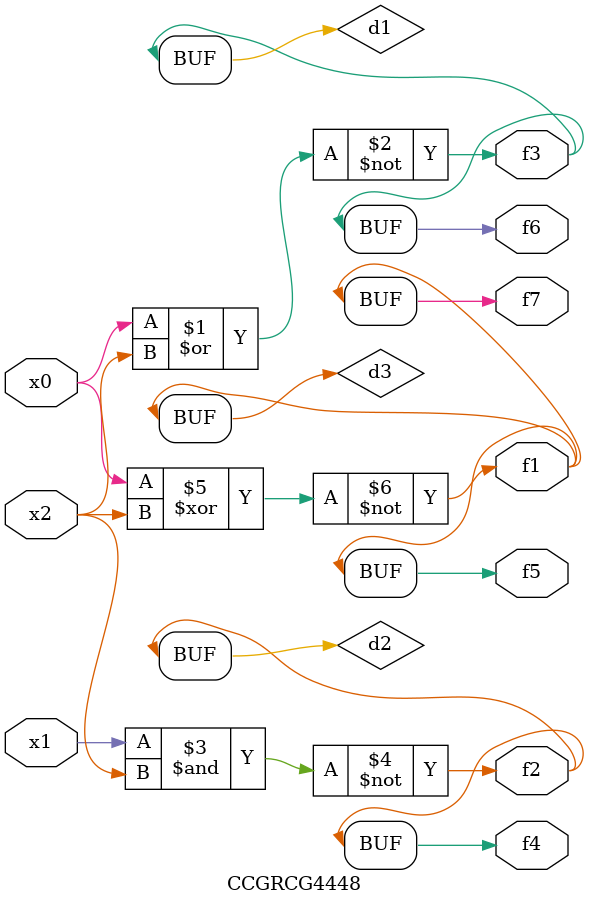
<source format=v>
module CCGRCG4448(
	input x0, x1, x2,
	output f1, f2, f3, f4, f5, f6, f7
);

	wire d1, d2, d3;

	nor (d1, x0, x2);
	nand (d2, x1, x2);
	xnor (d3, x0, x2);
	assign f1 = d3;
	assign f2 = d2;
	assign f3 = d1;
	assign f4 = d2;
	assign f5 = d3;
	assign f6 = d1;
	assign f7 = d3;
endmodule

</source>
